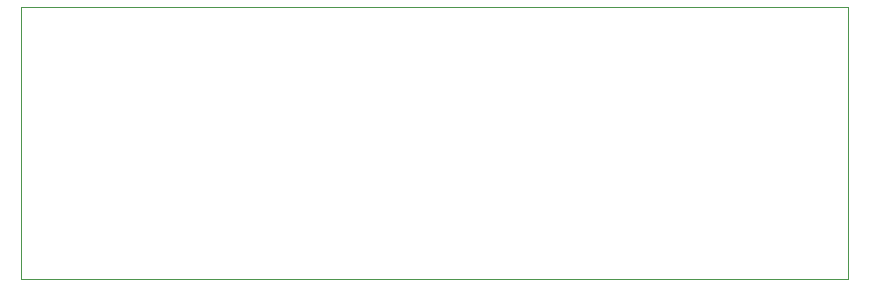
<source format=gbr>
%TF.GenerationSoftware,KiCad,Pcbnew,9.0.0*%
%TF.CreationDate,2025-03-28T00:52:52+01:00*%
%TF.ProjectId,DMX-Adapter-small-V3,444d582d-4164-4617-9074-65722d736d61,rev?*%
%TF.SameCoordinates,Original*%
%TF.FileFunction,Profile,NP*%
%FSLAX46Y46*%
G04 Gerber Fmt 4.6, Leading zero omitted, Abs format (unit mm)*
G04 Created by KiCad (PCBNEW 9.0.0) date 2025-03-28 00:52:52*
%MOMM*%
%LPD*%
G01*
G04 APERTURE LIST*
%TA.AperFunction,Profile*%
%ADD10C,0.050000*%
%TD*%
G04 APERTURE END LIST*
D10*
X205000000Y-25000000D02*
X135000000Y-25000000D01*
X135000000Y-48000000D02*
X205000000Y-48000000D01*
X135000000Y-25000000D02*
X135000000Y-48000000D01*
X205000000Y-48000000D02*
X205000000Y-25000000D01*
M02*

</source>
